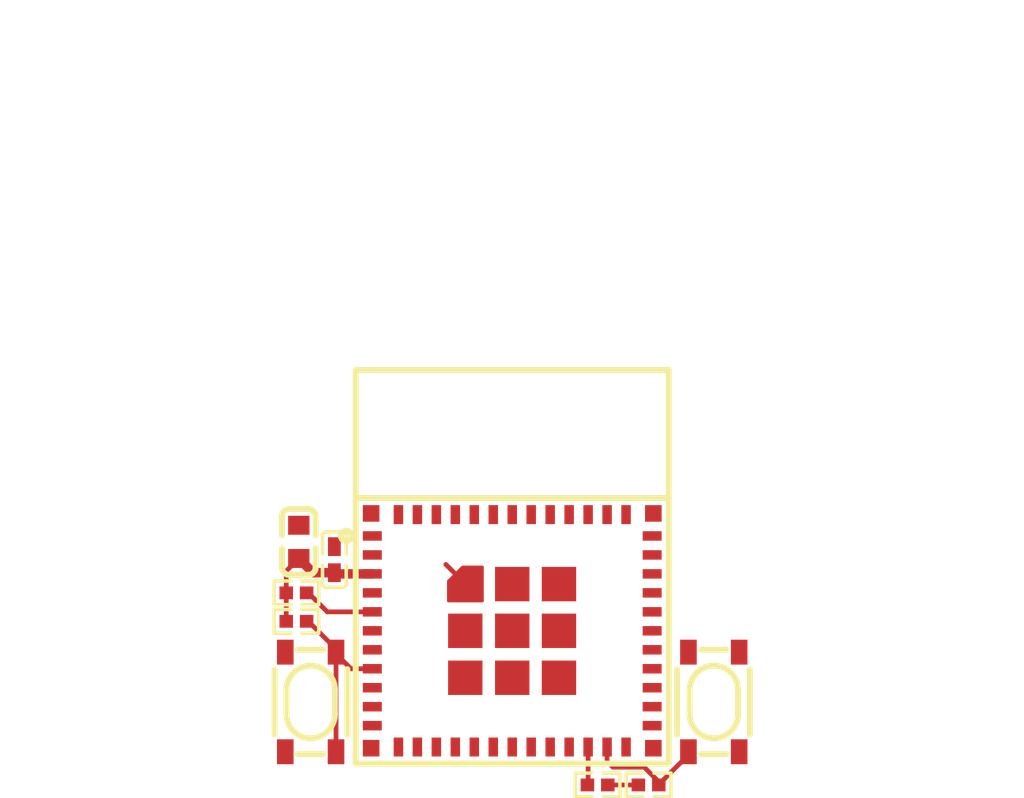
<source format=kicad_pcb>
(kicad_pcb (version 20241229) (generator "pcbnew") (generator_version "9.0")
  (layers (0 "F.Cu" signal) (2 "B.Cu" signal) (13 "F.Paste" user) (15 "B.Paste" user) (5 "F.SilkS" user "F.Silkscreen") (7 "B.SilkS" user "B.Silkscreen") (1 "F.Mask" user) (3 "B.Mask" user) (25 "Edge.Cuts" user))
  (net 0 "")
  (net 1 "VCC")
  (net 2 "WS")
  (net 3 "esp32_c3-net-6")
  (net 4 "esp32_c3-net-7")
  (net 5 "esp32_c3-net-1")
  (net 6 "TX")
  (net 7 "esp32_c3-net-11")
  (net 8 "esp32_c3-net-9")
  (net 9 "USB_D_P")
  (net 10 "USB_D_N")
  (net 11 "data_3")
  (net 12 "SCK")
  (net 13 "esp32_c3-net-10")
  (net 14 "esp32_c3-net-4")
  (net 15 "MISO")
  (net 16 "SCL")
  (net 17 "esp32_c3-net-8")
  (net 18 "esp32_c3-net-0")
  (net 19 "esp32_c3-net-2")
  (net 20 "SCLK")
  (net 21 "SD")
  (net 22 "data_0")
  (net 23 "esp32_c3-net-12")
  (net 24 "esp32_c3-net-3")
  (net 25 "data_2")
  (net 26 "data_1")
  (net 27 "RX")
  (net 28 "esp32_c3-net-13")
  (net 29 "esp32_c3-net-5")
  (net 30 "output")
  (net 31 "GND")
  (net 32 "N_TRST")
  (footprint "Samsung_Electro_Mechanics_CL05B104KO5NNNC:C0402" (layer "F.Cu") (at -7.5 -3 90)
    (property "Reference" "C4" (hide yes))
    (property "Value" "100nF ±10% 16V X7R" (hide yes))
    (fp_line (start 1.02 -0.5) (end 0.23 -0.5) (stroke (width 0.15)) (layer "F.SilkS"))
    (fp_line (start -1.02 -0.5) (end -0.23 -0.5) (stroke (width 0.15)) (layer "F.SilkS"))
    (fp_line (start 1.17 0.35) (end 1.17 -0.35) (stroke (width 0.15)) (layer "F.SilkS"))
    (fp_line (start -1.17 0.35) (end -1.17 -0.35) (stroke (width 0.15)) (layer "F.SilkS"))
    (fp_line (start 0.23 0.5) (end 1.02 0.5) (stroke (width 0.15)) (layer "F.SilkS"))
    (fp_line (start -0.23 0.5) (end -1.02 0.5) (stroke (width 0.15)) (layer "F.SilkS"))
    (fp_arc (start 1.02 -0.5) (mid 1.126066 -0.456066) (end 1.17 -0.35) (stroke (width 0.15)) (layer "F.SilkS"))
    (fp_arc (start -1.17 -0.35) (mid -1.126066 -0.456066) (end -1.02 -0.5) (stroke (width 0.15)) (layer "F.SilkS"))
    (fp_arc (start 1.17 0.35) (mid 1.126066 0.456066) (end 1.02 0.5) (stroke (width 0.15)) (layer "F.SilkS"))
    (fp_arc (start -1.02 0.5) (mid -1.126066 0.456066) (end -1.17 0.35) (stroke (width 0.15)) (layer "F.SilkS"))
    (pad "1" smd rect (at -0.55 0 90) (size 0.79 0.54) (layers "F.Cu" "F.Mask" "F.Paste") (net 1 "VCC"))
    (pad "2" smd rect (at 0.55 0 90) (size 0.79 0.54) (layers "F.Cu" "F.Mask" "F.Paste") (net 31 "GND"))
  )
  (footprint "Espressif_Systems_ESP32_C3_MINI_1_N4:WIFIM-SMD_ESP32-C3-MINI-1" (layer "F.Cu") (at 0 0 0)
    (property "Reference" "U1" (hide yes))
    (property "Value" "" (hide yes))
    (fp_line (start -6.6 -11) (end 6.6 -11) (stroke (width 0.25)) (layer "F.SilkS"))
    (fp_line (start -6.6 5.6) (end -6.6 -11) (stroke (width 0.25)) (layer "F.SilkS"))
    (fp_line (start -6.6 5.6) (end 6.6 5.6) (stroke (width 0.25)) (layer "F.SilkS"))
    (fp_line (start 6.6 -5.6) (end -6.6 -5.6) (stroke (width 0.25)) (layer "F.SilkS"))
    (fp_line (start 6.6 5.6) (end 6.6 -11) (stroke (width 0.25)) (layer "F.SilkS"))
    (fp_circle (center -7 -4) (end -6.9 -4) (stroke (width 0.25)) (fill no) (layer "F.SilkS"))
    (pad "1" smd rect (at -5.9 -4 90) (size 0.4 0.8) (layers "F.Cu" "F.Mask" "F.Paste") (net 31 "GND"))
    (pad "2" smd rect (at -5.9 -3.2 90) (size 0.4 0.8) (layers "F.Cu" "F.Mask" "F.Paste") (net 31 "GND"))
    (pad "3" smd rect (at -5.9 -2.4 90) (size 0.4 0.8) (layers "F.Cu" "F.Mask" "F.Paste") (net 1 "VCC"))
    (pad "4" smd rect (at -5.9 -1.6 90) (size 0.4 0.8) (layers "F.Cu" "F.Mask" "F.Paste") (net 8 "esp32_c3-net-9"))
    (pad "5" smd rect (at -5.9 -0.8 90) (size 0.4 0.8) (layers "F.Cu" "F.Mask" "F.Paste") (net 26 "data_1"))
    (pad "6" smd rect (at -5.9 0 90) (size 0.4 0.8) (layers "F.Cu" "F.Mask" "F.Paste") (net 2 "WS"))
    (pad "7" smd rect (at -5.9 0.8 90) (size 0.4 0.8) (layers "F.Cu" "F.Mask" "F.Paste") (net 13 "esp32_c3-net-10"))
    (pad "8" smd rect (at -5.9 1.6 90) (size 0.4 0.8) (layers "F.Cu" "F.Mask" "F.Paste") (net 32 "N_TRST"))
    (pad "9" smd rect (at -5.9 2.4 90) (size 0.4 0.8) (layers "F.Cu" "F.Mask" "F.Paste") (net 7 "esp32_c3-net-11"))
    (pad "10" smd rect (at -5.9 3.2 90) (size 0.4 0.8) (layers "F.Cu" "F.Mask" "F.Paste") (net 19 "esp32_c3-net-2"))
    (pad "11" smd rect (at -5.9 4 90) (size 0.4 0.8) (layers "F.Cu" "F.Mask" "F.Paste") (net 31 "GND"))
    (pad "12" smd rect (at -4.8 4.9 180) (size 0.4 0.8) (layers "F.Cu" "F.Mask" "F.Paste") (net 12 "SCK"))
    (pad "13" smd rect (at -4 4.9 180) (size 0.4 0.8) (layers "F.Cu" "F.Mask" "F.Paste") (net 21 "SD"))
    (pad "14" smd rect (at -3.2 4.9 180) (size 0.4 0.8) (layers "F.Cu" "F.Mask" "F.Paste") (net 31 "GND"))
    (pad "15" smd rect (at -2.4 4.9 180) (size 0.4 0.8) (layers "F.Cu" "F.Mask" "F.Paste") (net 23 "esp32_c3-net-12"))
    (pad "16" smd rect (at -1.6 4.9 180) (size 0.4 0.8) (layers "F.Cu" "F.Mask" "F.Paste") (net 20 "SCLK"))
    (pad "17" smd rect (at -0.8 4.9 180) (size 0.4 0.8) (layers "F.Cu" "F.Mask" "F.Paste") (net 28 "esp32_c3-net-13"))
    (pad "18" smd rect (at 0 4.9 180) (size 0.4 0.8) (layers "F.Cu" "F.Mask" "F.Paste") (net 11 "data_3"))
    (pad "19" smd rect (at 0.8 4.9 180) (size 0.4 0.8) (layers "F.Cu" "F.Mask" "F.Paste") (net 25 "data_2"))
    (pad "20" smd rect (at 1.6 4.9 180) (size 0.4 0.8) (layers "F.Cu" "F.Mask" "F.Paste") (net 16 "SCL"))
    (pad "21" smd rect (at 2.4 4.9 180) (size 0.4 0.8) (layers "F.Cu" "F.Mask" "F.Paste") (net 22 "data_0"))
    (pad "22" smd rect (at 3.2 4.9 180) (size 0.4 0.8) (layers "F.Cu" "F.Mask" "F.Paste") (net 15 "MISO"))
    (pad "23" smd rect (at 4 4.9 180) (size 0.4 0.8) (layers "F.Cu" "F.Mask" "F.Paste") (net 30 "output"))
    (pad "24" smd rect (at 4.8 4.9 180) (size 0.4 0.8) (layers "F.Cu" "F.Mask" "F.Paste") (net 18 "esp32_c3-net-0"))
    (pad "25" smd rect (at 5.9 4 270) (size 0.4 0.8) (layers "F.Cu" "F.Mask" "F.Paste") (net 5 "esp32_c3-net-1"))
    (pad "26" smd rect (at 5.9 3.2 270) (size 0.4 0.8) (layers "F.Cu" "F.Mask" "F.Paste") (net 10 "USB_D_N"))
    (pad "27" smd rect (at 5.9 2.4 270) (size 0.4 0.8) (layers "F.Cu" "F.Mask" "F.Paste") (net 9 "USB_D_P"))
    (pad "28" smd rect (at 5.9 1.6 270) (size 0.4 0.8) (layers "F.Cu" "F.Mask" "F.Paste") (net 24 "esp32_c3-net-3"))
    (pad "29" smd rect (at 5.9 0.8 270) (size 0.4 0.8) (layers "F.Cu" "F.Mask" "F.Paste") (net 14 "esp32_c3-net-4"))
    (pad "30" smd rect (at 5.9 0 270) (size 0.4 0.8) (layers "F.Cu" "F.Mask" "F.Paste") (net 27 "RX"))
    (pad "31" smd rect (at 5.9 -0.8 270) (size 0.4 0.8) (layers "F.Cu" "F.Mask" "F.Paste") (net 6 "TX"))
    (pad "32" smd rect (at 5.9 -1.6 270) (size 0.4 0.8) (layers "F.Cu" "F.Mask" "F.Paste") (net 29 "esp32_c3-net-5"))
    (pad "33" smd rect (at 5.9 -2.4 270) (size 0.4 0.8) (layers "F.Cu" "F.Mask" "F.Paste") (net 3 "esp32_c3-net-6"))
    (pad "34" smd rect (at 5.9 -3.2 270) (size 0.4 0.8) (layers "F.Cu" "F.Mask" "F.Paste") (net 4 "esp32_c3-net-7"))
    (pad "35" smd rect (at 5.9 -4 270) (size 0.4 0.8) (layers "F.Cu" "F.Mask" "F.Paste") (net 17 "esp32_c3-net-8"))
    (pad "36" smd rect (at 4.8 -4.9 0) (size 0.4 0.8) (layers "F.Cu" "F.Mask" "F.Paste") (net 31 "GND"))
    (pad "37" smd rect (at 4 -4.9 0) (size 0.4 0.8) (layers "F.Cu" "F.Mask" "F.Paste") (net 31 "GND"))
    (pad "38" smd rect (at 3.2 -4.9 0) (size 0.4 0.8) (layers "F.Cu" "F.Mask" "F.Paste") (net 31 "GND"))
    (pad "39" smd rect (at 2.4 -4.9 0) (size 0.4 0.8) (layers "F.Cu" "F.Mask" "F.Paste") (net 31 "GND"))
    (pad "40" smd rect (at 1.6 -4.9 0) (size 0.4 0.8) (layers "F.Cu" "F.Mask" "F.Paste") (net 31 "GND"))
    (pad "41" smd rect (at 0.8 -4.9 0) (size 0.4 0.8) (layers "F.Cu" "F.Mask" "F.Paste") (net 31 "GND"))
    (pad "42" smd rect (at 0 -4.9 0) (size 0.4 0.8) (layers "F.Cu" "F.Mask" "F.Paste") (net 31 "GND"))
    (pad "43" smd rect (at -0.8 -4.9 0) (size 0.4 0.8) (layers "F.Cu" "F.Mask" "F.Paste") (net 31 "GND"))
    (pad "44" smd rect (at -1.6 -4.9 0) (size 0.4 0.8) (layers "F.Cu" "F.Mask" "F.Paste") (net 31 "GND"))
    (pad "45" smd rect (at -2.4 -4.9 0) (size 0.4 0.8) (layers "F.Cu" "F.Mask" "F.Paste") (net 31 "GND"))
    (pad "46" smd rect (at -3.2 -4.9 0) (size 0.4 0.8) (layers "F.Cu" "F.Mask" "F.Paste") (net 31 "GND"))
    (pad "47" smd rect (at -4 -4.9 0) (size 0.4 0.8) (layers "F.Cu" "F.Mask" "F.Paste") (net 31 "GND"))
    (pad "48" smd rect (at -4.8 -4.9 0) (size 0.4 0.8) (layers "F.Cu" "F.Mask" "F.Paste") (net 31 "GND"))
    (pad "49" smd custom (at -1.98 -1.98 0) (size 0.01 0.01) (layers "F.Cu" "F.Mask" "F.Paste") (net 31 "GND") (options (clearance outline) (anchor circle)) (primitives (gr_poly (pts (xy -0.72 -0.12) (xy -0.12 -0.72) (xy 0.73 -0.72) (xy 0.73 0.73) (xy -0.72 0.73)) (width 0.1) (fill yes))))
    (pad "49" smd rect (at -1.98 0 0) (size 1.45 1.45) (layers "F.Cu" "F.Mask" "F.Paste") (net 31 "GND"))
    (pad "49" smd rect (at -1.98 1.98 0) (size 1.45 1.45) (layers "F.Cu" "F.Mask" "F.Paste") (net 31 "GND"))
    (pad "49" smd rect (at 0 -1.97 0) (size 1.45 1.45) (layers "F.Cu" "F.Mask" "F.Paste") (net 31 "GND"))
    (pad "49" smd rect (at 0 0 0) (size 1.45 1.45) (layers "F.Cu" "F.Mask" "F.Paste") (net 31 "GND"))
    (pad "49" smd rect (at 0 1.98 0) (size 1.45 1.45) (layers "F.Cu" "F.Mask" "F.Paste") (net 31 "GND"))
    (pad "49" smd rect (at 1.97 -1.97 0) (size 1.45 1.45) (layers "F.Cu" "F.Mask" "F.Paste") (net 31 "GND"))
    (pad "49" smd rect (at 1.97 0 0) (size 1.45 1.45) (layers "F.Cu" "F.Mask" "F.Paste") (net 31 "GND"))
    (pad "49" smd rect (at 1.97 1.98 0) (size 1.45 1.45) (layers "F.Cu" "F.Mask" "F.Paste") (net 31 "GND"))
    (pad "50" smd rect (at 5.95 -4.95 0) (size 0.7 0.7) (layers "F.Cu" "F.Mask" "F.Paste") (net 31 "GND"))
    (pad "51" smd rect (at 5.95 4.95 0) (size 0.7 0.7) (layers "F.Cu" "F.Mask" "F.Paste") (net 31 "GND"))
    (pad "52" smd rect (at -5.95 4.95 0) (size 0.7 0.7) (layers "F.Cu" "F.Mask" "F.Paste") (net 31 "GND"))
    (pad "53" smd rect (at -5.95 -4.95 0) (size 0.7 0.7) (layers "F.Cu" "F.Mask" "F.Paste") (net 31 "GND"))
  )
  (footprint "UNI_ROYAL_0402WGF1002TCE:R0402" (layer "F.Cu") (at 3.6 6.5 0)
    (property "Reference" "R2" (hide yes))
    (property "Value" "10kΩ ±1% 62.5mW" (hide yes))
    (fp_line (start -0.94 -0.5) (end -0.23 -0.5) (stroke (width 0.15)) (layer "F.SilkS"))
    (fp_line (start -0.94 0.5) (end -0.94 -0.5) (stroke (width 0.15)) (layer "F.SilkS"))
    (fp_line (start -0.23 0.5) (end -0.94 0.5) (stroke (width 0.15)) (layer "F.SilkS"))
    (fp_line (start 0.23 0.5) (end 0.94 0.5) (stroke (width 0.15)) (layer "F.SilkS"))
    (fp_line (start 0.94 -0.5) (end 0.23 -0.5) (stroke (width 0.15)) (layer "F.SilkS"))
    (fp_line (start 0.94 0.5) (end 0.94 -0.5) (stroke (width 0.15)) (layer "F.SilkS"))
    (pad "1" smd rect (at -0.43 0 0) (size 0.57 0.54) (layers "F.Cu" "F.Mask" "F.Paste") (net 15 "MISO"))
    (pad "2" smd rect (at 0.43 0 0) (size 0.57 0.54) (layers "F.Cu" "F.Mask" "F.Paste") (net 1 "VCC"))
  )
  (footprint "UNI_ROYAL_0402WGF5101TCE:R0402" (layer "F.Cu") (at 5.75 6.5 0)
    (property "Reference" "R4" (hide yes))
    (property "Value" "5.1kΩ ±1% 62.5mW" (hide yes))
    (fp_line (start -0.94 -0.5) (end -0.23 -0.5) (stroke (width 0.15)) (layer "F.SilkS"))
    (fp_line (start -0.94 0.5) (end -0.94 -0.5) (stroke (width 0.15)) (layer "F.SilkS"))
    (fp_line (start -0.23 0.5) (end -0.94 0.5) (stroke (width 0.15)) (layer "F.SilkS"))
    (fp_line (start 0.23 0.5) (end 0.94 0.5) (stroke (width 0.15)) (layer "F.SilkS"))
    (fp_line (start 0.94 -0.5) (end 0.23 -0.5) (stroke (width 0.15)) (layer "F.SilkS"))
    (fp_line (start 0.94 0.5) (end 0.94 -0.5) (stroke (width 0.15)) (layer "F.SilkS"))
    (pad "1" smd rect (at -0.43 0 0) (size 0.57 0.54) (layers "F.Cu" "F.Mask" "F.Paste") (net 1 "VCC"))
    (pad "2" smd rect (at 0.43 0 0) (size 0.57 0.54) (layers "F.Cu" "F.Mask" "F.Paste") (net 30 "output"))
  )
  (footprint "ALPSALPINE_SKRPACE010:KEY-SMD_4P-L4.2-W3.2-P2.20-LS4.6" (layer "F.Cu") (at -8.5 3 90)
    (property "Reference" "SW2" (hide yes))
    (property "Value" "" (hide yes))
    (fp_line (start 1.37 -1.52) (end -1.37 -1.52) (stroke (width 0.25)) (layer "F.SilkS"))
    (fp_line (start -0.51 -1.02) (end 0.51 -1.02) (stroke (width 0.25)) (layer "F.SilkS"))
    (fp_line (start 2.2 -0.54) (end 2.2 0.54) (stroke (width 0.25)) (layer "F.SilkS"))
    (fp_line (start -2.2 -0.54) (end -2.2 0.54) (stroke (width 0.25)) (layer "F.SilkS"))
    (fp_line (start -0.51 1.02) (end 0.51 1.02) (stroke (width 0.25)) (layer "F.SilkS"))
    (fp_line (start -1.38 1.55) (end 1.38 1.55) (stroke (width 0.25)) (layer "F.SilkS"))
    (fp_arc (start 0.51 -1.02) (mid 1.53 0) (end 0.51 1.02) (stroke (width 0.25)) (layer "F.SilkS"))
    (fp_arc (start -0.51 1.02) (mid -1.53 0) (end -0.51 -1.02) (stroke (width 0.25)) (layer "F.SilkS"))
    (pad "1" smd rect (at -2.1 -1.07 90) (size 1.05 0.7) (layers "F.Cu" "F.Mask" "F.Paste") (net 31 "GND"))
    (pad "2" smd rect (at 2.1 -1.07 90) (size 1.05 0.7) (layers "F.Cu" "F.Mask" "F.Paste") (net 31 "GND"))
    (pad "3" smd rect (at -2.1 1.07 90) (size 1.05 0.7) (layers "F.Cu" "F.Mask" "F.Paste") (net 32 "N_TRST"))
    (pad "4" smd rect (at 2.1 1.07 90) (size 1.05 0.7) (layers "F.Cu" "F.Mask" "F.Paste") (net 32 "N_TRST"))
  )
  (footprint "Samsung_Electro_Mechanics_CL10A226MQ8NRNC:C0603" (layer "F.Cu") (at -9 -3.75 90)
    (property "Reference" "C3" (hide yes))
    (property "Value" "22µF ±20% 6.3V X5R" (hide yes))
    (fp_line (start 0.28 -0.71) (end 1.08 -0.71) (stroke (width 0.25)) (layer "F.SilkS"))
    (fp_line (start -0.28 -0.71) (end -1.08 -0.71) (stroke (width 0.25)) (layer "F.SilkS"))
    (fp_line (start 1.39 -0.4) (end 1.39 0.4) (stroke (width 0.25)) (layer "F.SilkS"))
    (fp_line (start -1.39 0.4) (end -1.39 -0.4) (stroke (width 0.25)) (layer "F.SilkS"))
    (fp_line (start 0.28 0.71) (end 1.08 0.71) (stroke (width 0.25)) (layer "F.SilkS"))
    (fp_line (start -0.28 0.71) (end -1.08 0.71) (stroke (width 0.25)) (layer "F.SilkS"))
    (fp_arc (start 1.08 -0.71) (mid 1.299203 -0.619203) (end 1.39 -0.4) (stroke (width 0.25)) (layer "F.SilkS"))
    (fp_arc (start -1.39 -0.4) (mid -1.299203 -0.619203) (end -1.08 -0.71) (stroke (width 0.25)) (layer "F.SilkS"))
    (fp_arc (start 1.39 0.4) (mid 1.299203 0.619203) (end 1.08 0.71) (stroke (width 0.25)) (layer "F.SilkS"))
    (fp_arc (start -1.08 0.71) (mid -1.299203 0.619203) (end -1.39 0.4) (stroke (width 0.25)) (layer "F.SilkS"))
    (pad "1" smd rect (at -0.7 0 90) (size 0.8 0.9) (layers "F.Cu" "F.Mask" "F.Paste") (net 1 "VCC"))
    (pad "2" smd rect (at 0.7 0 90) (size 0.8 0.9) (layers "F.Cu" "F.Mask" "F.Paste") (net 31 "GND"))
  )
  (footprint "ALPSALPINE_SKRPACE010:KEY-SMD_4P-L4.2-W3.2-P2.20-LS4.6" (layer "F.Cu") (at 8.5 3 -90)
    (property "Reference" "SW1" (hide yes))
    (property "Value" "" (hide yes))
    (fp_line (start -1.38 1.55) (end 1.38 1.55) (stroke (width 0.25)) (layer "F.SilkS"))
    (fp_line (start -0.51 1.02) (end 0.51 1.02) (stroke (width 0.25)) (layer "F.SilkS"))
    (fp_line (start -2.2 -0.54) (end -2.2 0.54) (stroke (width 0.25)) (layer "F.SilkS"))
    (fp_line (start 2.2 -0.54) (end 2.2 0.54) (stroke (width 0.25)) (layer "F.SilkS"))
    (fp_line (start -0.51 -1.02) (end 0.51 -1.02) (stroke (width 0.25)) (layer "F.SilkS"))
    (fp_line (start 1.37 -1.52) (end -1.37 -1.52) (stroke (width 0.25)) (layer "F.SilkS"))
    (fp_arc (start -0.51 1.02) (mid -1.53 0) (end -0.51 -1.02) (stroke (width 0.25)) (layer "F.SilkS"))
    (fp_arc (start 0.51 -1.02) (mid 1.53 0) (end 0.51 1.02) (stroke (width 0.25)) (layer "F.SilkS"))
    (pad "1" smd rect (at -2.1 -1.07 270) (size 1.05 0.7) (layers "F.Cu" "F.Mask" "F.Paste") (net 31 "GND"))
    (pad "2" smd rect (at 2.1 -1.07 270) (size 1.05 0.7) (layers "F.Cu" "F.Mask" "F.Paste") (net 31 "GND"))
    (pad "3" smd rect (at -2.1 1.07 270) (size 1.05 0.7) (layers "F.Cu" "F.Mask" "F.Paste") (net 30 "output"))
    (pad "4" smd rect (at 2.1 1.07 270) (size 1.05 0.7) (layers "F.Cu" "F.Mask" "F.Paste") (net 30 "output"))
  )
  (footprint "UNI_ROYAL_0402WGF1002TCE:R0402" (layer "F.Cu") (at -9.1 -1.6 180)
    (property "Reference" "R1" (hide yes))
    (property "Value" "10kΩ ±1% 62.5mW" (hide yes))
    (fp_line (start 0.94 0.5) (end 0.94 -0.5) (stroke (width 0.15)) (layer "F.SilkS"))
    (fp_line (start 0.94 -0.5) (end 0.23 -0.5) (stroke (width 0.15)) (layer "F.SilkS"))
    (fp_line (start 0.23 0.5) (end 0.94 0.5) (stroke (width 0.15)) (layer "F.SilkS"))
    (fp_line (start -0.23 0.5) (end -0.94 0.5) (stroke (width 0.15)) (layer "F.SilkS"))
    (fp_line (start -0.94 0.5) (end -0.94 -0.5) (stroke (width 0.15)) (layer "F.SilkS"))
    (fp_line (start -0.94 -0.5) (end -0.23 -0.5) (stroke (width 0.15)) (layer "F.SilkS"))
    (pad "1" smd rect (at -0.43 0 180) (size 0.57 0.54) (layers "F.Cu" "F.Mask" "F.Paste") (net 26 "data_1"))
    (pad "2" smd rect (at 0.43 0 180) (size 0.57 0.54) (layers "F.Cu" "F.Mask" "F.Paste") (net 1 "VCC"))
  )
  (footprint "UNI_ROYAL_0402WGF1002TCE:R0402" (layer "F.Cu") (at -9.1 -0.4 0)
    (property "Reference" "R3" (hide yes))
    (property "Value" "10kΩ ±1% 62.5mW" (hide yes))
    (fp_line (start -0.94 -0.5) (end -0.23 -0.5) (stroke (width 0.15)) (layer "F.SilkS"))
    (fp_line (start -0.94 0.5) (end -0.94 -0.5) (stroke (width 0.15)) (layer "F.SilkS"))
    (fp_line (start -0.23 0.5) (end -0.94 0.5) (stroke (width 0.15)) (layer "F.SilkS"))
    (fp_line (start 0.23 0.5) (end 0.94 0.5) (stroke (width 0.15)) (layer "F.SilkS"))
    (fp_line (start 0.94 -0.5) (end 0.23 -0.5) (stroke (width 0.15)) (layer "F.SilkS"))
    (fp_line (start 0.94 0.5) (end 0.94 -0.5) (stroke (width 0.15)) (layer "F.SilkS"))
    (pad "1" smd rect (at -0.43 0 0) (size 0.57 0.54) (layers "F.Cu" "F.Mask" "F.Paste") (net 1 "VCC"))
    (pad "2" smd rect (at 0.43 0 0) (size 0.57 0.54) (layers "F.Cu" "F.Mask" "F.Paste") (net 32 "N_TRST"))
  )
  (segment (start 4.03 6.5) (end 5.32 6.5) (width 0.2) (net 1) (layer "F.Cu"))
  (segment (start -8.4 -2.45) (end -9 -3.05) (width 0.4) (net 1) (layer "F.Cu"))
  (segment (start -7.5 -2.45) (end -8.4 -2.45) (width 0.4) (net 1) (layer "F.Cu"))
  (segment (start -9.53 -0.4) (end -9.53 -1.6) (width 0.2) (net 1) (layer "F.Cu"))
  (segment (start -9.53 -2.52) (end -9 -3.05) (width 0.2) (net 1) (layer "F.Cu"))
  (segment (start -7.45 -2.4) (end -7.5 -2.45) (width 0.4) (net 1) (layer "F.Cu"))
  (segment (start -9.53 -1.6) (end -9.53 -2.52) (width 0.2) (net 1) (layer "F.Cu"))
  (segment (start -5.9 -2.4) (end -7.45 -2.4) (width 0.4) (net 1) (layer "F.Cu"))
  (segment (start 3.2 4.9) (end 3.2 6.47) (width 0.2) (net 15) (layer "F.Cu"))
  (segment (start 3.2 6.47) (end 3.17 6.5) (width 0.2) (net 15) (layer "F.Cu"))
  (segment (start -7.8 -0.8) (end -5.9 -0.8) (width 0.2) (net 26) (layer "F.Cu"))
  (segment (start -8.6 -1.6) (end -7.8 -0.8) (width 0.2) (net 26) (layer "F.Cu"))
  (segment (start -8.67 -1.6) (end -8.6 -1.6) (width 0.2) (net 26) (layer "F.Cu"))
  (segment (start 4 5.5) (end 4 4.9) (width 0.2) (net 30) (layer "F.Cu"))
  (segment (start 6.18 6.5) (end 6.18 6.366059) (width 0.2) (net 30) (layer "F.Cu"))
  (segment (start 5.563941 5.75) (end 4.25 5.75) (width 0.2) (net 30) (layer "F.Cu"))
  (segment (start 6.18 6.366059) (end 5.563941 5.75) (width 0.2) (net 30) (layer "F.Cu"))
  (segment (start 7.43 5.23) (end 6.16 6.5) (width 0.2) (net 30) (layer "F.Cu"))
  (segment (start 6.16 6.5) (end 6.18 6.5) (width 0.2) (net 30) (layer "F.Cu"))
  (segment (start 4.25 5.75) (end 4 5.5) (width 0.2) (net 30) (layer "F.Cu"))
  (segment (start 7.43 5.1) (end 7.43 5.23) (width 0.2) (net 30) (layer "F.Cu"))
  (segment (start -1.98 -1.98) (end -2.8 -2.8) (width 0.2) (net 31) (layer "F.Cu"))
  (segment (start -6.8 1.6) (end -5.9 1.6) (width 0.2) (net 32) (layer "F.Cu"))
  (segment (start -7.43 0.97) (end -6.8 1.6) (width 0.2) (net 32) (layer "F.Cu"))
  (segment (start -8.6 -0.4) (end -7.43 0.77) (width 0.2) (net 32) (layer "F.Cu"))
  (segment (start -8.67 -0.4) (end -8.6 -0.4) (width 0.2) (net 32) (layer "F.Cu"))
  (segment (start -7.43 0.77) (end -7.43 0.9) (width 0.2) (net 32) (layer "F.Cu"))
  (segment (start -7.43 5.1) (end -7.43 0.9) (width 0.2) (net 32) (layer "F.Cu"))
  (segment (start -7.43 0.9) (end -7.43 0.97) (width 0.2) (net 32) (layer "F.Cu"))
)
</source>
